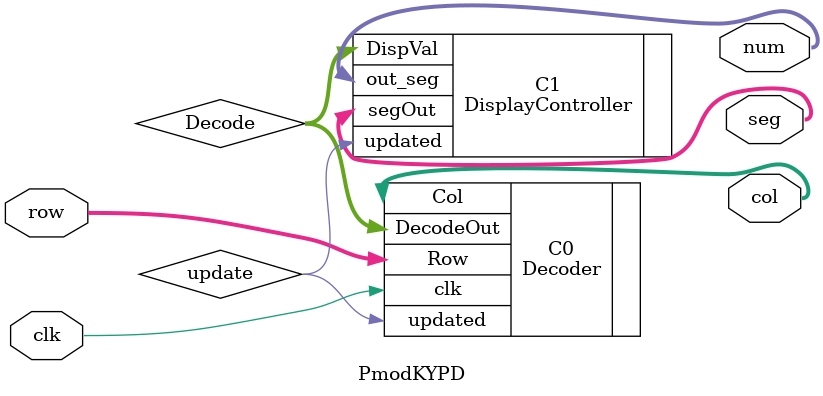
<source format=v>
`timescale 1ns / 1ps

// ==============================================================================================
// 												Define Module
// ==============================================================================================
module PmodKYPD(
    clk,
	 //fst,
    row,
	 //JAa,
	 col,
    //an,
    seg,
	 num
);
	 
	 
// ==============================================================================================
// 											Port Declarations
// ==============================================================================================
	input clk;					// 100Mhz onboard clock
	//input fst;
	//inout [7:0] JAa;
	input [3:0] row; 
	output [3:0] col;		// Port JA on Nexys3, JA[3:0] is Columns, JA[10:7] is rows
	//output [3:0] an;			// Anodes on seven segment display
	output [6:0] seg;			// Cathodes on seven segment display
	output [27:0] num;

// ==============================================================================================
// 							  		Parameters, Regsiters, and Wires
// ==============================================================================================
	
	// Output wires
	//wire [3:0] an;
	wire [6:0] seg;
	
	wire [3:0] Decode;
	wire update;

// ==============================================================================================
// 												Implementation
// ==============================================================================================

	//-----------------------------------------------
	//  						Decoder
	//-----------------------------------------------
	Decoder C0(
			.clk(clk),
			.Row(row),
			.Col(col),
			.DecodeOut(Decode),
			.updated(update)
	);

	//-----------------------------------------------
	//  		Seven Segment Display Controller
	//-----------------------------------------------
	DisplayController C1(
			.DispVal(Decode),
			.updated(update),
			//.anode(an),
			.segOut(seg),
			//.fast(fst)
			.out_seg(num)
	);

endmodule

</source>
